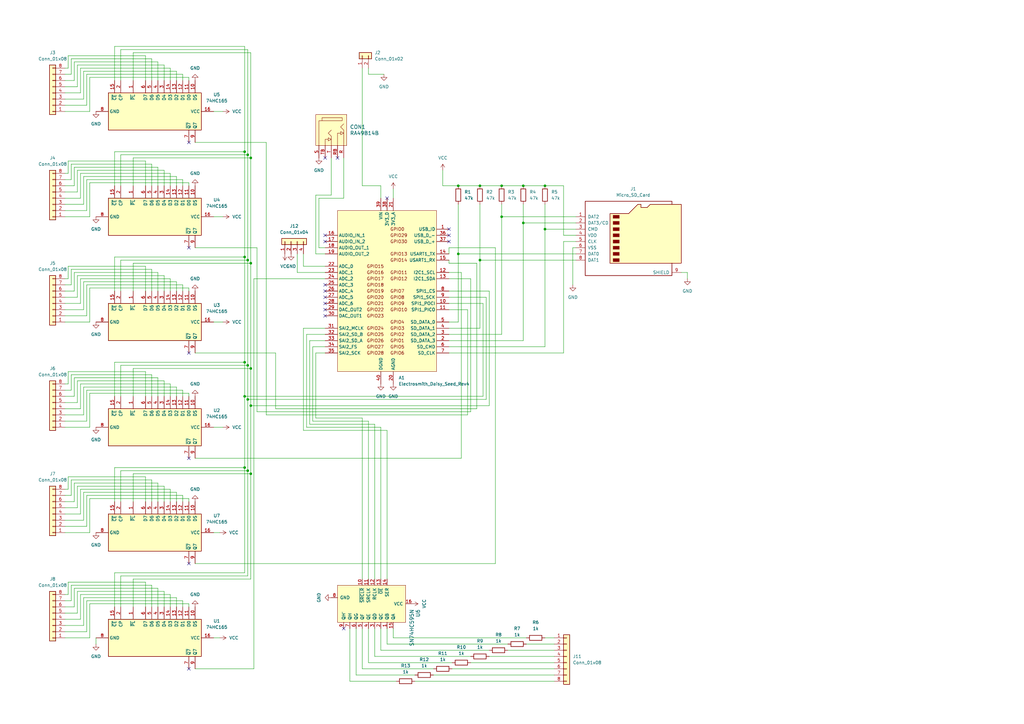
<source format=kicad_sch>
(kicad_sch (version 20230121) (generator eeschema)
  (paper "A3")
  (title_block (title "Daisy Seed Drums") (date "2024-01-01") (rev "v01") (comment 2 "creativecommons.org/licenses/by/4.0/") (comment 3 "License: CC BY 4.0") (comment 4 "Author: Emil Nordén"))
  (lib_symbols
    (symbol "74xx:74HC165"
      (property "Reference" "U" (at -7.62 19.05 0))
      (property "Value" "74HC165" (at -7.62 -21.59 0))
      (symbol "74HC165_1_0"
        (pin input line (at -12.7 -10.16 0) (length 5.08) (name "~{PL}") (number "1"))
        (pin input line (at -12.7 15.24 0) (length 5.08) (name "DS") (number "10"))
        (pin input line (at -12.7 12.7 0) (length 5.08) (name "D0") (number "11"))
        (pin input line (at -12.7 10.16 0) (length 5.08) (name "D1") (number "12"))
        (pin input line (at -12.7 7.62 0) (length 5.08) (name "D2") (number "13"))
        (pin input line (at -12.7 5.08 0) (length 5.08) (name "D3") (number "14"))
        (pin input line (at -12.7 -17.78 0) (length 5.08) (name "~{CE}") (number "15"))
        (pin power_in line (at 0 22.86 270) (length 5.08) (name "VCC") (number "16"))
        (pin input line (at -12.7 -15.24 0) (length 5.08) (name "CP") (number "2"))
        (pin input line (at -12.7 2.54 0) (length 5.08) (name "D4") (number "3"))
        (pin input line (at -12.7 0 0) (length 5.08) (name "D5") (number "4"))
        (pin input line (at -12.7 -2.54 0) (length 5.08) (name "D6") (number "5"))
        (pin input line (at -12.7 -5.08 0) (length 5.08) (name "D7") (number "6"))
        (pin output line (at 12.7 12.7 180) (length 5.08) (name "~{Q7}") (number "7"))
        (pin power_in line (at 0 -25.4 90) (length 5.08) (name "GND") (number "8"))
        (pin output line (at 12.7 15.24 180) (length 5.08) (name "Q7") (number "9"))
      )
    )
    (symbol "Connector:Micro_SD_Card" (pin_names (offset 1.016))
      (property "Reference" "J" (at -16.51 15.24 0))
      (property "Value" "Micro_SD_Card" (at 16.51 15.24 0))
      (symbol "Micro_SD_Card_1_1"
        (pin bidirectional line (at -22.86 7.62 0) (length 3.81) (name "DAT2") (number "1"))
        (pin bidirectional line (at -22.86 5.08 0) (length 3.81) (name "DAT3/CD") (number "2"))
        (pin input line (at -22.86 2.54 0) (length 3.81) (name "CMD") (number "3"))
        (pin power_in line (at -22.86 0 0) (length 3.81) (name "VDD") (number "4"))
        (pin input line (at -22.86 -2.54 0) (length 3.81) (name "CLK") (number "5"))
        (pin power_in line (at -22.86 -5.08 0) (length 3.81) (name "VSS") (number "6"))
        (pin bidirectional line (at -22.86 -7.62 0) (length 3.81) (name "DAT0") (number "7"))
        (pin bidirectional line (at -22.86 -10.16 0) (length 3.81) (name "DAT1") (number "8"))
        (pin passive line (at 20.32 -15.24 180) (length 3.81) (name "SHIELD") (number "9"))
      )
    )
    (symbol "Connector_Generic:Conn_01x02" (pin_names (offset 1.016) hide)
      (property "Reference" "J" (at 0 2.54 0))
      (property "Value" "Conn_01x02" (at 0 -5.08 0))
      (symbol "Conn_01x02_1_1"
        (pin passive line (at -5.08 0 0) (length 3.81) (name "Pin_1") (number "1"))
        (pin passive line (at -5.08 -2.54 0) (length 3.81) (name "Pin_2") (number "2"))
      )
    )
    (symbol "Connector_Generic:Conn_01x04" (pin_names (offset 1.016) hide)
      (property "Reference" "J" (at 0 5.08 0))
      (property "Value" "Conn_01x04" (at 0 -7.62 0))
      (symbol "Conn_01x04_1_1"
        (pin passive line (at -5.08 2.54 0) (length 3.81) (name "Pin_1") (number "1"))
        (pin passive line (at -5.08 0 0) (length 3.81) (name "Pin_2") (number "2"))
        (pin passive line (at -5.08 -2.54 0) (length 3.81) (name "Pin_3") (number "3"))
        (pin passive line (at -5.08 -5.08 0) (length 3.81) (name "Pin_4") (number "4"))
      )
    )
    (symbol "Connector_Generic:Conn_01x08" (pin_names (offset 1.016) hide)
      (property "Reference" "J" (at 0 10.16 0))
      (property "Value" "Conn_01x08" (at 0 -12.7 0))
      (symbol "Conn_01x08_1_1"
        (pin passive line (at -5.08 7.62 0) (length 3.81) (name "Pin_1") (number "1"))
        (pin passive line (at -5.08 5.08 0) (length 3.81) (name "Pin_2") (number "2"))
        (pin passive line (at -5.08 2.54 0) (length 3.81) (name "Pin_3") (number "3"))
        (pin passive line (at -5.08 0 0) (length 3.81) (name "Pin_4") (number "4"))
        (pin passive line (at -5.08 -2.54 0) (length 3.81) (name "Pin_5") (number "5"))
        (pin passive line (at -5.08 -5.08 0) (length 3.81) (name "Pin_6") (number "6"))
        (pin passive line (at -5.08 -7.62 0) (length 3.81) (name "Pin_7") (number "7"))
        (pin passive line (at -5.08 -10.16 0) (length 3.81) (name "Pin_8") (number "8"))
      )
    )
    (symbol "Device:R" (pin_numbers hide) (pin_names (offset 0))
      (property "Reference" "R" (at 2.032 0 90))
      (property "Value" "R" (at 0 0 90))
      (symbol "R_1_1"
        (pin passive line (at 0 3.81 270) (length 1.27) (name "~") (number "1"))
        (pin passive line (at 0 -3.81 90) (length 1.27) (name "~") (number "2"))
      )
    )
    (symbol "MCU_Module:Electrosmith_Daisy_Seed_Rev4"
      (property "Reference" "A" (at -20.32 34.29 0))
      (property "Value" "Electrosmith_Daisy_Seed_Rev4" (at 33.02 34.29 0))
      (symbol "Electrosmith_Daisy_Seed_Rev4_0_0"
        (text "GPIO0" (at 1.27 25.4 0) (effects (font (size 1.27 1.27)) (justify left)))
        (text "GPIO1" (at 1.27 -20.32 0) (effects (font (size 1.27 1.27)) (justify left)))
        (text "GPIO10" (at 1.27 -7.62 0) (effects (font (size 1.27 1.27)) (justify left)))
        (text "GPIO11" (at 1.27 7.62 0) (effects (font (size 1.27 1.27)) (justify left)))
        (text "GPIO12" (at 1.27 5.08 0) (effects (font (size 1.27 1.27)) (justify left)))
        (text "GPIO13" (at 1.27 15.24 0) (effects (font (size 1.27 1.27)) (justify left)))
        (text "GPIO14" (at 1.27 12.7 0) (effects (font (size 1.27 1.27)) (justify left)))
        (text "GPIO15" (at -1.27 10.16 0) (effects (font (size 1.27 1.27)) (justify right)))
        (text "GPIO16" (at -1.27 7.62 0) (effects (font (size 1.27 1.27)) (justify right)))
        (text "GPIO17" (at -1.27 5.08 0) (effects (font (size 1.27 1.27)) (justify right)))
        (text "GPIO18" (at -1.27 2.54 0) (effects (font (size 1.27 1.27)) (justify right)))
        (text "GPIO19" (at -1.27 0 0) (effects (font (size 1.27 1.27)) (justify right)))
        (text "GPIO2" (at 1.27 -17.78 0) (effects (font (size 1.27 1.27)) (justify left)))
        (text "GPIO20" (at -1.27 -2.54 0) (effects (font (size 1.27 1.27)) (justify right)))
        (text "GPIO21" (at -1.27 -5.08 0) (effects (font (size 1.27 1.27)) (justify right)))
        (text "GPIO22" (at -1.27 -7.62 0) (effects (font (size 1.27 1.27)) (justify right)))
        (text "GPIO23" (at -1.27 -10.16 0) (effects (font (size 1.27 1.27)) (justify right)))
        (text "GPIO24" (at -1.27 -15.24 0) (effects (font (size 1.27 1.27)) (justify right)))
        (text "GPIO25" (at -1.27 -17.78 0) (effects (font (size 1.27 1.27)) (justify right)))
        (text "GPIO26" (at -1.27 -20.32 0) (effects (font (size 1.27 1.27)) (justify right)))
        (text "GPIO27" (at -1.27 -22.86 0) (effects (font (size 1.27 1.27)) (justify right)))
        (text "GPIO28" (at -1.27 -25.4 0) (effects (font (size 1.27 1.27)) (justify right)))
        (text "GPIO29" (at 1.27 22.86 0) (effects (font (size 1.27 1.27)) (justify left)))
        (text "GPIO3" (at 1.27 -15.24 0) (effects (font (size 1.27 1.27)) (justify left)))
        (text "GPIO30" (at 1.27 20.32 0) (effects (font (size 1.27 1.27)) (justify left)))
        (text "GPIO4" (at 1.27 -12.7 0) (effects (font (size 1.27 1.27)) (justify left)))
        (text "GPIO5" (at 1.27 -22.86 0) (effects (font (size 1.27 1.27)) (justify left)))
        (text "GPIO6" (at 1.27 -25.4 0) (effects (font (size 1.27 1.27)) (justify left)))
        (text "GPIO7" (at 1.27 0 0) (effects (font (size 1.27 1.27)) (justify left)))
        (text "GPIO8" (at 1.27 -2.54 0) (effects (font (size 1.27 1.27)) (justify left)))
        (text "GPIO9" (at 1.27 -5.08 0) (effects (font (size 1.27 1.27)) (justify left)))
        (pin bidirectional line (at 25.4 25.4 180) (length 5.08) (name "USB_ID") (number "1"))
        (pin bidirectional line (at 25.4 -5.08 180) (length 5.08) (name "SPI1_POCI") (number "10"))
        (pin bidirectional line (at 25.4 -7.62 180) (length 5.08) (name "SPI1_PICO") (number "11"))
        (pin bidirectional line (at 25.4 7.62 180) (length 5.08) (name "I2C1_SCL") (number "12"))
        (pin bidirectional line (at 25.4 5.08 180) (length 5.08) (name "I2C1_SDA") (number "13"))
        (pin bidirectional line (at 25.4 15.24 180) (length 5.08) (name "USART1_TX") (number "14"))
        (pin bidirectional line (at 25.4 12.7 180) (length 5.08) (name "USART1_RX") (number "15"))
        (pin input line (at -25.4 22.86 0) (length 5.08) (name "AUDIO_IN_1") (number "16"))
        (pin input line (at -25.4 20.32 0) (length 5.08) (name "AUDIO_IN_2") (number "17"))
        (pin output line (at -25.4 17.78 0) (length 5.08) (name "AUDIO_OUT_1") (number "18"))
        (pin output line (at -25.4 15.24 0) (length 5.08) (name "AUDIO_OUT_2") (number "19"))
        (pin bidirectional line (at 25.4 -20.32 180) (length 5.08) (name "SD_DATA_3") (number "2"))
        (pin power_in line (at 2.54 -38.1 90) (length 5.08) (name "AGND") (number "20"))
        (pin power_out line (at 2.54 38.1 270) (length 5.08) (name "3V3_A") (number "21"))
        (pin bidirectional line (at -25.4 10.16 0) (length 5.08) (name "ADC_0") (number "22"))
        (pin bidirectional line (at -25.4 7.62 0) (length 5.08) (name "ADC_1") (number "23"))
        (pin bidirectional line (at -25.4 5.08 0) (length 5.08) (name "ADC_2") (number "24"))
        (pin bidirectional line (at -25.4 2.54 0) (length 5.08) (name "ADC_3") (number "25"))
        (pin bidirectional line (at -25.4 0 0) (length 5.08) (name "ADC_4") (number "26"))
        (pin bidirectional line (at -25.4 -2.54 0) (length 5.08) (name "ADC_5") (number "27"))
        (pin bidirectional line (at -25.4 -5.08 0) (length 5.08) (name "ADC_6") (number "28"))
        (pin bidirectional line (at -25.4 -7.62 0) (length 5.08) (name "DAC_OUT2") (number "29"))
        (pin bidirectional line (at 25.4 -17.78 180) (length 5.08) (name "SD_DATA_2") (number "3"))
        (pin bidirectional line (at -25.4 -10.16 0) (length 5.08) (name "DAC_OUT1") (number "30"))
        (pin bidirectional line (at -25.4 -15.24 0) (length 5.08) (name "SAI2_MCLK") (number "31"))
        (pin bidirectional line (at -25.4 -17.78 0) (length 5.08) (name "SAI2_SD_B") (number "32"))
        (pin bidirectional line (at -25.4 -20.32 0) (length 5.08) (name "SAI2_SD_A") (number "33"))
        (pin bidirectional line (at -25.4 -22.86 0) (length 5.08) (name "SAI2_FS") (number "34"))
        (pin bidirectional line (at -25.4 -25.4 0) (length 5.08) (name "SAI2_SCK") (number "35"))
        (pin bidirectional line (at 25.4 22.86 180) (length 5.08) (name "USB_D_-") (number "36"))
        (pin bidirectional line (at 25.4 20.32 180) (length 5.08) (name "USB_D_+") (number "37"))
        (pin power_out line (at 0 38.1 270) (length 5.08) (name "3V3_D") (number "38"))
        (pin power_in line (at -2.54 38.1 270) (length 5.08) (name "VIN") (number "39"))
        (pin bidirectional line (at 25.4 -15.24 180) (length 5.08) (name "SD_DATA_1") (number "4"))
        (pin power_in line (at -2.54 -38.1 90) (length 5.08) (name "DGND") (number "40"))
        (pin bidirectional line (at 25.4 -12.7 180) (length 5.08) (name "SD_DATA_0") (number "5"))
        (pin bidirectional line (at 25.4 -22.86 180) (length 5.08) (name "SD_CMD") (number "6"))
        (pin bidirectional line (at 25.4 -25.4 180) (length 5.08) (name "SD_CLK") (number "7"))
        (pin bidirectional line (at 25.4 0 180) (length 5.08) (name "SPI1_CS") (number "8"))
        (pin bidirectional line (at 25.4 -2.54 180) (length 5.08) (name "SPI1_SCK") (number "9"))
      )
    )
    (symbol "dk_Barrel-Audio-Connectors:RA49B14B" (pin_names (offset 0.0254))
      (property "Reference" "CON" (at -7.62 7.62 0))
      (property "Value" "RA49B14B" (at -1.27 -7.62 0))
      (symbol "RA49B14B_1_1"
        (pin passive line (at 10.16 5.08 180) (length 5.08) (name "~") (number "R"))
        (pin passive line (at 10.16 2.54 180) (length 5.08) (name "~") (number "RB"))
        (pin passive line (at 10.16 -5.08 180) (length 5.08) (name "~") (number "S"))
        (pin passive line (at 10.16 0 180) (length 5.08) (name "~") (number "T"))
        (pin passive line (at 10.16 -2.54 180) (length 5.08) (name "~") (number "TB"))
      )
    )
    (symbol "dk_Logic-Shift-Registers:SN74HC595N" (pin_names (offset 1.016))
      (property "Reference" "U" (at -11.43 16.51 0))
      (property "Value" "SN74HC595N" (at -3.81 0 90))
      (symbol "SN74HC595N_1_1"
        (pin output line (at 5.08 7.62 180) (length 2.54) (name "QB") (number "1"))
        (pin input line (at -15.24 -2.54 0) (length 2.54) (name "~{SRCLR}") (number "10"))
        (pin input line (at -15.24 0 0) (length 2.54) (name "SRCLK") (number "11"))
        (pin input line (at -15.24 2.54 0) (length 2.54) (name "RCLK") (number "12"))
        (pin input line (at -15.24 5.08 0) (length 2.54) (name "~{OE}") (number "13"))
        (pin input line (at -15.24 7.62 0) (length 2.54) (name "SER") (number "14"))
        (pin output line (at 5.08 10.16 180) (length 2.54) (name "QA") (number "15"))
        (pin power_in line (at -5.08 17.78 270) (length 2.54) (name "VCC") (number "16"))
        (pin output line (at 5.08 5.08 180) (length 2.54) (name "QC") (number "2"))
        (pin output line (at 5.08 2.54 180) (length 2.54) (name "QD") (number "3"))
        (pin output line (at 5.08 0 180) (length 2.54) (name "QE") (number "4"))
        (pin output line (at 5.08 -2.54 180) (length 2.54) (name "QF") (number "5"))
        (pin output line (at 5.08 -5.08 180) (length 2.54) (name "QG") (number "6"))
        (pin output line (at 5.08 -7.62 180) (length 2.54) (name "QH") (number "7"))
        (pin power_in line (at -7.62 -15.24 90) (length 2.54) (name "GND") (number "8"))
        (pin output line (at 5.08 -10.16 180) (length 2.54) (name "QH'") (number "9"))
      )
    )
    (symbol "power:GND" (power) (pin_names (offset 0))
      (property "Value" "GND" (at 0 -3.81 0))
      (symbol "GND_1_1"
        (pin power_in line (at 0 0 270) (length 0) hide (name "GND") (number "1"))
      )
    )
    (symbol "power:VCC" (power) (pin_names (offset 0))
      (property "Value" "VCC" (at 0 3.81 0))
      (symbol "VCC_1_1"
        (pin power_in line (at 0 0 90) (length 0) hide (name "VCC") (number "1"))
      )
    )
  )
  (junction (at 101.6 63.5))
  (junction (at 100.33 148.59))
  (junction (at 223.52 93.98))
  (junction (at 101.6 193.04))
  (junction (at 102.87 64.77))
  (junction (at 223.52 76.2))
  (junction (at 100.33 62.23))
  (junction (at 102.87 166.37))
  (junction (at 101.6 163.83))
  (junction (at 102.87 107.95))
  (junction (at 100.33 191.77))
  (junction (at 102.87 151.13))
  (junction (at 214.63 91.44))
  (junction (at 205.74 88.9))
  (junction (at 196.85 106.68))
  (junction (at 187.96 76.2))
  (junction (at 102.87 194.31))
  (junction (at 101.6 149.86))
  (junction (at 205.74 76.2))
  (junction (at 100.33 105.41))
  (junction (at 196.85 76.2))
  (junction (at 101.6 106.68))
  (junction (at 214.63 76.2))
  (junction (at 100.33 162.56))
  (junction (at 187.96 104.14))
  (no_connect (at 133.35 64.77))
  (no_connect (at 133.35 121.92))
  (no_connect (at 133.35 124.46))
  (no_connect (at 184.15 99.06))
  (no_connect (at 133.35 116.84))
  (no_connect (at 133.35 119.38))
  (no_connect (at 77.47 274.32))
  (no_connect (at 184.15 93.98))
  (no_connect (at 77.47 231.14))
  (no_connect (at 184.15 96.52))
  (no_connect (at 133.35 96.52))
  (no_connect (at 133.35 129.54))
  (no_connect (at 158.75 81.28))
  (no_connect (at 133.35 127))
  (no_connect (at 77.47 58.42))
  (no_connect (at 133.35 99.06))
  (no_connect (at 77.47 144.78))
  (no_connect (at 77.47 101.6))
  (no_connect (at 140.97 257.81))
  (no_connect (at 138.43 64.77))
  (no_connect (at 77.47 187.96))
  (wire (pts (xy 30.48 198.12) (xy 64.77 198.12)))
  (wire (pts (xy 125.73 175.26) (xy 156.21 175.26)))
  (wire (pts (xy 133.35 109.22) (xy 124.46 109.22)))
  (wire (pts (xy 77.47 161.29) (xy 77.47 162.56)))
  (wire (pts (xy 26.67 210.82) (xy 33.02 210.82)))
  (wire (pts (xy 156.21 76.2) (xy 148.59 76.2)))
  (wire (pts (xy 148.59 171.45) (xy 129.54 171.45)))
  (wire (pts (xy 35.56 116.84) (xy 74.93 116.84)))
  (wire (pts (xy 31.75 35.56) (xy 31.75 26.67)))
  (wire (pts (xy 101.6 20.32) (xy 101.6 63.5)))
  (wire (pts (xy 109.22 170.18) (xy 191.77 170.18)))
  (wire (pts (xy 33.02 254) (xy 33.02 243.84)))
  (wire (pts (xy 130.81 81.28) (xy 140.97 81.28)))
  (wire (pts (xy 26.67 114.3) (xy 27.94 114.3)))
  (wire (pts (xy 187.96 104.14) (xy 236.22 104.14)))
  (wire (pts (xy 31.75 251.46) (xy 31.75 242.57)))
  (wire (pts (xy 36.83 161.29) (xy 77.47 161.29)))
  (wire (pts (xy 102.87 237.49) (xy 102.87 194.31)))
  (wire (pts (xy 74.93 116.84) (xy 74.93 119.38)))
  (wire (pts (xy 100.33 148.59) (xy 100.33 162.56)))
  (wire (pts (xy 72.39 201.93) (xy 72.39 205.74)))
  (wire (pts (xy 67.31 242.57) (xy 67.31 248.92)))
  (wire (pts (xy 46.99 148.59) (xy 100.33 148.59)))
  (wire (pts (xy 153.67 237.49) (xy 153.67 173.99)))
  (wire (pts (xy 29.21 160.02) (xy 29.21 153.67)))
  (wire (pts (xy 59.69 109.22) (xy 59.69 119.38)))
  (wire (pts (xy 223.52 142.24) (xy 223.52 93.98)))
  (wire (pts (xy 46.99 162.56) (xy 46.99 148.59)))
  (wire (pts (xy 80.01 58.42) (xy 109.22 58.42)))
  (wire (pts (xy 49.53 205.74) (xy 49.53 193.04)))
  (wire (pts (xy 33.02 157.48) (xy 69.85 157.48)))
  (wire (pts (xy 36.83 88.9) (xy 36.83 74.93)))
  (wire (pts (xy 281.94 111.76) (xy 279.4 111.76)))
  (wire (pts (xy 113.03 167.64) (xy 195.58 167.64)))
  (wire (pts (xy 27.94 152.4) (xy 59.69 152.4)))
  (wire (pts (xy 27.94 238.76) (xy 59.69 238.76)))
  (wire (pts (xy 26.67 83.82) (xy 34.29 83.82)))
  (wire (pts (xy 35.56 259.08) (xy 35.56 246.38)))
  (wire (pts (xy 223.52 261.62) (xy 227.33 261.62)))
  (wire (pts (xy 74.93 160.02) (xy 74.93 162.56)))
  (wire (pts (xy 196.85 134.62) (xy 196.85 106.68)))
  (wire (pts (xy 189.23 187.96) (xy 189.23 111.76)))
  (wire (pts (xy 27.94 66.04) (xy 59.69 66.04)))
  (wire (pts (xy 36.83 247.65) (xy 77.47 247.65)))
  (wire (pts (xy 62.23 67.31) (xy 62.23 76.2)))
  (wire (pts (xy 30.48 162.56) (xy 30.48 154.94)))
  (wire (pts (xy 26.67 215.9) (xy 35.56 215.9)))
  (wire (pts (xy 77.47 118.11) (xy 77.47 119.38)))
  (wire (pts (xy 26.67 78.74) (xy 31.75 78.74)))
  (wire (pts (xy 26.67 127) (xy 34.29 127)))
  (wire (pts (xy 26.67 213.36) (xy 34.29 213.36)))
  (wire (pts (xy 33.02 27.94) (xy 69.85 27.94)))
  (wire (pts (xy 205.74 83.82) (xy 205.74 88.9)))
  (wire (pts (xy 87.63 88.9) (xy 91.44 88.9)))
  (wire (pts (xy 46.99 62.23) (xy 100.33 62.23)))
  (wire (pts (xy 27.94 243.84) (xy 27.94 238.76)))
  (wire (pts (xy 35.56 172.72) (xy 35.56 160.02)))
  (wire (pts (xy 26.67 251.46) (xy 31.75 251.46)))
  (wire (pts (xy 184.15 107.95) (xy 195.58 107.95)))
  (wire (pts (xy 231.14 96.52) (xy 236.22 96.52)))
  (wire (pts (xy 33.02 243.84) (xy 69.85 243.84)))
  (wire (pts (xy 77.47 74.93) (xy 77.47 76.2)))
  (wire (pts (xy 54.61 64.77) (xy 102.87 64.77)))
  (wire (pts (xy 124.46 134.62) (xy 133.35 134.62)))
  (wire (pts (xy 184.15 137.16) (xy 205.74 137.16)))
  (wire (pts (xy 33.02 38.1) (xy 33.02 27.94)))
  (wire (pts (xy 69.85 71.12) (xy 69.85 76.2)))
  (wire (pts (xy 34.29 158.75) (xy 72.39 158.75)))
  (wire (pts (xy 29.21 246.38) (xy 29.21 240.03)))
  (wire (pts (xy 146.05 276.86) (xy 146.05 257.81)))
  (wire (pts (xy 151.13 271.78) (xy 151.13 257.81)))
  (wire (pts (xy 34.29 29.21) (xy 72.39 29.21)))
  (wire (pts (xy 121.92 111.76) (xy 121.92 104.14)))
  (wire (pts (xy 59.69 152.4) (xy 59.69 162.56)))
  (wire (pts (xy 29.21 24.13) (xy 62.23 24.13)))
  (wire (pts (xy 199.39 163.83) (xy 199.39 121.92)))
  (wire (pts (xy 27.94 195.58) (xy 59.69 195.58)))
  (wire (pts (xy 127 139.7) (xy 133.35 139.7)))
  (wire (pts (xy 26.67 175.26) (xy 36.83 175.26)))
  (wire (pts (xy 128.27 172.72) (xy 128.27 142.24)))
  (wire (pts (xy 54.61 33.02) (xy 54.61 21.59)))
  (wire (pts (xy 187.96 76.2) (xy 196.85 76.2)))
  (wire (pts (xy 74.93 246.38) (xy 74.93 248.92)))
  (wire (pts (xy 148.59 171.45) (xy 148.59 237.49)))
  (wire (pts (xy 181.61 76.2) (xy 187.96 76.2)))
  (wire (pts (xy 33.02 71.12) (xy 69.85 71.12)))
  (wire (pts (xy 26.67 248.92) (xy 30.48 248.92)))
  (wire (pts (xy 31.75 199.39) (xy 67.31 199.39)))
  (wire (pts (xy 205.74 76.2) (xy 214.63 76.2)))
  (wire (pts (xy 26.67 124.46) (xy 33.02 124.46)))
  (wire (pts (xy 69.85 243.84) (xy 69.85 248.92)))
  (wire (pts (xy 187.96 83.82) (xy 187.96 104.14)))
  (wire (pts (xy 46.99 119.38) (xy 46.99 105.41)))
  (wire (pts (xy 87.63 175.26) (xy 91.44 175.26)))
  (wire (pts (xy 26.67 33.02) (xy 30.48 33.02)))
  (wire (pts (xy 185.42 274.32) (xy 227.33 274.32)))
  (wire (pts (xy 196.85 106.68) (xy 236.22 106.68)))
  (wire (pts (xy 203.2 101.6) (xy 203.2 231.14)))
  (wire (pts (xy 231.14 76.2) (xy 231.14 96.52)))
  (wire (pts (xy 195.58 167.64) (xy 195.58 107.95)))
  (wire (pts (xy 26.67 162.56) (xy 30.48 162.56)))
  (wire (pts (xy 64.77 25.4) (xy 64.77 33.02)))
  (wire (pts (xy 74.93 203.2) (xy 74.93 205.74)))
  (wire (pts (xy 129.54 104.14) (xy 129.54 80.01)))
  (wire (pts (xy 101.6 63.5) (xy 101.6 106.68)))
  (wire (pts (xy 46.99 234.95) (xy 100.33 234.95)))
  (wire (pts (xy 26.67 256.54) (xy 34.29 256.54)))
  (wire (pts (xy 34.29 83.82) (xy 34.29 72.39)))
  (wire (pts (xy 156.21 76.2) (xy 156.21 81.28)))
  (wire (pts (xy 153.67 173.99) (xy 127 173.99)))
  (wire (pts (xy 102.87 166.37) (xy 200.66 166.37)))
  (wire (pts (xy 133.35 101.6) (xy 130.81 101.6)))
  (wire (pts (xy 100.33 62.23) (xy 100.33 105.41)))
  (wire (pts (xy 30.48 76.2) (xy 30.48 68.58)))
  (wire (pts (xy 223.52 93.98) (xy 236.22 93.98)))
  (wire (pts (xy 26.67 243.84) (xy 27.94 243.84)))
  (wire (pts (xy 26.67 203.2) (xy 29.21 203.2)))
  (wire (pts (xy 29.21 116.84) (xy 29.21 110.49)))
  (wire (pts (xy 102.87 151.13) (xy 102.87 166.37)))
  (wire (pts (xy 35.56 160.02) (xy 74.93 160.02)))
  (wire (pts (xy 161.29 77.47) (xy 161.29 81.28)))
  (wire (pts (xy 30.48 68.58) (xy 64.77 68.58)))
  (wire (pts (xy 74.93 73.66) (xy 74.93 76.2)))
  (wire (pts (xy 140.97 81.28) (xy 140.97 64.77)))
  (wire (pts (xy 208.28 266.7) (xy 227.33 266.7)))
  (wire (pts (xy 80.01 187.96) (xy 189.23 187.96)))
  (wire (pts (xy 199.39 121.92) (xy 184.15 121.92)))
  (wire (pts (xy 35.56 246.38) (xy 74.93 246.38)))
  (wire (pts (xy 184.15 139.7) (xy 214.63 139.7)))
  (wire (pts (xy 231.14 99.06) (xy 236.22 99.06)))
  (wire (pts (xy 196.85 76.2) (xy 205.74 76.2)))
  (wire (pts (xy 184.15 134.62) (xy 196.85 134.62)))
  (wire (pts (xy 156.21 266.7) (xy 200.66 266.7)))
  (wire (pts (xy 215.9 261.62) (xy 161.29 261.62)))
  (wire (pts (xy 31.75 242.57) (xy 67.31 242.57)))
  (wire (pts (xy 26.67 121.92) (xy 31.75 121.92)))
  (wire (pts (xy 153.67 269.24) (xy 153.67 257.81)))
  (wire (pts (xy 214.63 76.2) (xy 223.52 76.2)))
  (wire (pts (xy 36.83 118.11) (xy 77.47 118.11)))
  (wire (pts (xy 29.21 110.49) (xy 62.23 110.49)))
  (wire (pts (xy 231.14 144.78) (xy 231.14 99.06)))
  (wire (pts (xy 151.13 172.72) (xy 128.27 172.72)))
  (wire (pts (xy 67.31 156.21) (xy 67.31 162.56)))
  (wire (pts (xy 46.99 191.77) (xy 100.33 191.77)))
  (wire (pts (xy 26.67 246.38) (xy 29.21 246.38)))
  (wire (pts (xy 69.85 27.94) (xy 69.85 33.02)))
  (wire (pts (xy 31.75 165.1) (xy 31.75 156.21)))
  (wire (pts (xy 26.67 261.62) (xy 36.83 261.62)))
  (wire (pts (xy 64.77 68.58) (xy 64.77 76.2)))
  (wire (pts (xy 26.67 81.28) (xy 33.02 81.28)))
  (wire (pts (xy 124.46 176.53) (xy 124.46 134.62)))
  (wire (pts (xy 101.6 149.86) (xy 101.6 163.83)))
  (wire (pts (xy 27.94 109.22) (xy 59.69 109.22)))
  (wire (pts (xy 35.56 129.54) (xy 35.56 116.84)))
  (wire (pts (xy 30.48 241.3) (xy 64.77 241.3)))
  (wire (pts (xy 124.46 176.53) (xy 158.75 176.53)))
  (wire (pts (xy 77.47 204.47) (xy 77.47 205.74)))
  (wire (pts (xy 34.29 245.11) (xy 72.39 245.11)))
  (wire (pts (xy 49.53 236.22) (xy 101.6 236.22)))
  (wire (pts (xy 26.67 119.38) (xy 30.48 119.38)))
  (wire (pts (xy 54.61 162.56) (xy 54.61 151.13)))
  (wire (pts (xy 184.15 101.6) (xy 203.2 101.6)))
  (wire (pts (xy 146.05 276.86) (xy 170.18 276.86)))
  (wire (pts (xy 26.67 132.08) (xy 36.83 132.08)))
  (wire (pts (xy 26.67 76.2) (xy 30.48 76.2)))
  (wire (pts (xy 34.29 40.64) (xy 34.29 29.21)))
  (wire (pts (xy 133.35 111.76) (xy 121.92 111.76)))
  (wire (pts (xy 49.53 33.02) (xy 49.53 20.32)))
  (wire (pts (xy 54.61 151.13) (xy 102.87 151.13)))
  (wire (pts (xy 72.39 245.11) (xy 72.39 248.92)))
  (wire (pts (xy 31.75 69.85) (xy 67.31 69.85)))
  (wire (pts (xy 193.04 271.78) (xy 227.33 271.78)))
  (wire (pts (xy 62.23 153.67) (xy 62.23 162.56)))
  (wire (pts (xy 49.53 149.86) (xy 101.6 149.86)))
  (wire (pts (xy 30.48 205.74) (xy 30.48 198.12)))
  (wire (pts (xy 200.66 166.37) (xy 200.66 119.38)))
  (wire (pts (xy 208.28 264.16) (xy 158.75 264.16)))
  (wire (pts (xy 26.67 38.1) (xy 33.02 38.1)))
  (wire (pts (xy 26.67 167.64) (xy 33.02 167.64)))
  (wire (pts (xy 36.83 74.93) (xy 77.47 74.93)))
  (wire (pts (xy 80.01 101.6) (xy 105.41 101.6)))
  (wire (pts (xy 33.02 114.3) (xy 69.85 114.3)))
  (wire (pts (xy 156.21 266.7) (xy 156.21 257.81)))
  (wire (pts (xy 31.75 121.92) (xy 31.75 113.03)))
  (wire (pts (xy 34.29 127) (xy 34.29 115.57)))
  (wire (pts (xy 34.29 201.93) (xy 72.39 201.93)))
  (wire (pts (xy 34.29 170.18) (xy 34.29 158.75)))
  (wire (pts (xy 26.67 205.74) (xy 30.48 205.74)))
  (wire (pts (xy 87.63 261.62) (xy 90.17 261.62)))
  (wire (pts (xy 187.96 132.08) (xy 187.96 104.14)))
  (wire (pts (xy 129.54 80.01) (xy 135.89 80.01)))
  (wire (pts (xy 26.67 172.72) (xy 35.56 172.72)))
  (wire (pts (xy 184.15 144.78) (xy 231.14 144.78)))
  (wire (pts (xy 29.21 67.31) (xy 62.23 67.31)))
  (wire (pts (xy 26.67 43.18) (xy 35.56 43.18)))
  (wire (pts (xy 198.12 162.56) (xy 198.12 124.46)))
  (wire (pts (xy 72.39 115.57) (xy 72.39 119.38)))
  (wire (pts (xy 49.53 63.5) (xy 101.6 63.5)))
  (wire (pts (xy 184.15 101.6) (xy 184.15 104.14)))
  (wire (pts (xy 101.6 106.68) (xy 101.6 149.86)))
  (wire (pts (xy 72.39 29.21) (xy 72.39 33.02)))
  (wire (pts (xy 125.73 137.16) (xy 133.35 137.16)))
  (wire (pts (xy 69.85 114.3) (xy 69.85 119.38)))
  (wire (pts (xy 170.18 279.4) (xy 227.33 279.4)))
  (wire (pts (xy 129.54 171.45) (xy 129.54 144.78)))
  (wire (pts (xy 49.53 106.68) (xy 101.6 106.68)))
  (wire (pts (xy 36.83 132.08) (xy 36.83 118.11)))
  (wire (pts (xy 33.02 200.66) (xy 69.85 200.66)))
  (wire (pts (xy 54.61 76.2) (xy 54.61 64.77)))
  (wire (pts (xy 184.15 107.95) (xy 184.15 106.68)))
  (wire (pts (xy 54.61 194.31) (xy 102.87 194.31)))
  (wire (pts (xy 104.14 114.3) (xy 104.14 274.32)))
  (wire (pts (xy 64.77 198.12) (xy 64.77 205.74)))
  (wire (pts (xy 33.02 210.82) (xy 33.02 200.66)))
  (wire (pts (xy 30.48 154.94) (xy 64.77 154.94)))
  (wire (pts (xy 158.75 264.16) (xy 158.75 257.81)))
  (wire (pts (xy 80.01 274.32) (xy 104.14 274.32)))
  (wire (pts (xy 54.61 237.49) (xy 102.87 237.49)))
  (wire (pts (xy 54.61 205.74) (xy 54.61 194.31)))
  (wire (pts (xy 234.95 101.6) (xy 236.22 101.6)))
  (wire (pts (xy 153.67 269.24) (xy 193.04 269.24)))
  (wire (pts (xy 31.75 113.03) (xy 67.31 113.03)))
  (wire (pts (xy 125.73 175.26) (xy 125.73 137.16)))
  (wire (pts (xy 26.67 30.48) (xy 29.21 30.48)))
  (wire (pts (xy 100.33 105.41) (xy 100.33 148.59)))
  (wire (pts (xy 29.21 196.85) (xy 62.23 196.85)))
  (wire (pts (xy 100.33 191.77) (xy 100.33 162.56)))
  (wire (pts (xy 130.81 101.6) (xy 130.81 81.28)))
  (wire (pts (xy 34.29 256.54) (xy 34.29 245.11)))
  (wire (pts (xy 26.67 27.94) (xy 27.94 27.94)))
  (wire (pts (xy 36.83 45.72) (xy 36.83 31.75)))
  (wire (pts (xy 46.99 248.92) (xy 46.99 234.95)))
  (wire (pts (xy 33.02 81.28) (xy 33.02 71.12)))
  (wire (pts (xy 67.31 69.85) (xy 67.31 76.2)))
  (wire (pts (xy 35.56 86.36) (xy 35.56 73.66)))
  (wire (pts (xy 26.67 129.54) (xy 35.56 129.54)))
  (wire (pts (xy 29.21 203.2) (xy 29.21 196.85)))
  (wire (pts (xy 128.27 142.24) (xy 133.35 142.24)))
  (wire (pts (xy 27.94 200.66) (xy 27.94 195.58)))
  (wire (pts (xy 133.35 104.14) (xy 129.54 104.14)))
  (wire (pts (xy 54.61 107.95) (xy 102.87 107.95)))
  (wire (pts (xy 26.67 71.12) (xy 27.94 71.12)))
  (wire (pts (xy 46.99 205.74) (xy 46.99 191.77)))
  (wire (pts (xy 54.61 21.59) (xy 102.87 21.59)))
  (wire (pts (xy 191.77 170.18) (xy 191.77 127)))
  (wire (pts (xy 35.56 43.18) (xy 35.56 30.48)))
  (wire (pts (xy 102.87 21.59) (xy 102.87 64.77)))
  (wire (pts (xy 100.33 19.05) (xy 100.33 62.23)))
  (wire (pts (xy 205.74 88.9) (xy 236.22 88.9)))
  (wire (pts (xy 26.67 73.66) (xy 29.21 73.66)))
  (wire (pts (xy 39.37 261.62) (xy 39.37 264.16)))
  (wire (pts (xy 205.74 88.9) (xy 205.74 137.16)))
  (wire (pts (xy 151.13 172.72) (xy 151.13 237.49)))
  (wire (pts (xy 59.69 66.04) (xy 59.69 76.2)))
  (wire (pts (xy 33.02 124.46) (xy 33.02 114.3)))
  (wire (pts (xy 69.85 200.66) (xy 69.85 205.74)))
  (wire (pts (xy 31.75 26.67) (xy 67.31 26.67)))
  (wire (pts (xy 49.53 119.38) (xy 49.53 106.68)))
  (wire (pts (xy 151.13 271.78) (xy 185.42 271.78)))
  (wire (pts (xy 31.75 156.21) (xy 67.31 156.21)))
  (wire (pts (xy 102.87 64.77) (xy 102.87 107.95)))
  (wire (pts (xy 31.75 208.28) (xy 31.75 199.39)))
  (wire (pts (xy 36.83 204.47) (xy 77.47 204.47)))
  (wire (pts (xy 30.48 119.38) (xy 30.48 111.76)))
  (wire (pts (xy 200.66 119.38) (xy 184.15 119.38)))
  (wire (pts (xy 26.67 160.02) (xy 29.21 160.02)))
  (wire (pts (xy 62.23 110.49) (xy 62.23 119.38)))
  (wire (pts (xy 30.48 33.02) (xy 30.48 25.4)))
  (wire (pts (xy 49.53 248.92) (xy 49.53 236.22)))
  (wire (pts (xy 124.46 109.22) (xy 124.46 104.14)))
  (wire (pts (xy 26.67 208.28) (xy 31.75 208.28)))
  (wire (pts (xy 151.13 27.94) (xy 151.13 30.48)))
  (wire (pts (xy 80.01 144.78) (xy 113.03 144.78)))
  (wire (pts (xy 148.59 274.32) (xy 148.59 257.81)))
  (wire (pts (xy 196.85 83.82) (xy 196.85 106.68)))
  (wire (pts (xy 234.95 116.84) (xy 234.95 101.6)))
  (wire (pts (xy 181.61 69.85) (xy 181.61 76.2)))
  (wire (pts (xy 80.01 231.14) (xy 203.2 231.14)))
  (wire (pts (xy 62.23 24.13) (xy 62.23 33.02)))
  (wire (pts (xy 148.59 76.2) (xy 148.59 27.94)))
  (wire (pts (xy 161.29 261.62) (xy 161.29 257.81)))
  (wire (pts (xy 214.63 91.44) (xy 236.22 91.44)))
  (wire (pts (xy 26.67 116.84) (xy 29.21 116.84)))
  (wire (pts (xy 104.14 114.3) (xy 133.35 114.3)))
  (wire (pts (xy 29.21 240.03) (xy 62.23 240.03)))
  (wire (pts (xy 62.23 240.03) (xy 62.23 248.92)))
  (wire (pts (xy 87.63 132.08) (xy 91.44 132.08)))
  (wire (pts (xy 35.56 203.2) (xy 74.93 203.2)))
  (wire (pts (xy 143.51 279.4) (xy 162.56 279.4)))
  (wire (pts (xy 64.77 241.3) (xy 64.77 248.92)))
  (wire (pts (xy 27.94 157.48) (xy 27.94 152.4)))
  (wire (pts (xy 105.41 101.6) (xy 105.41 168.91)))
  (wire (pts (xy 46.99 33.02) (xy 46.99 19.05)))
  (wire (pts (xy 26.67 45.72) (xy 36.83 45.72)))
  (wire (pts (xy 189.23 111.76) (xy 184.15 111.76)))
  (wire (pts (xy 64.77 154.94) (xy 64.77 162.56)))
  (wire (pts (xy 200.66 269.24) (xy 227.33 269.24)))
  (wire (pts (xy 34.29 213.36) (xy 34.29 201.93)))
  (wire (pts (xy 36.83 261.62) (xy 36.83 247.65)))
  (wire (pts (xy 223.52 93.98) (xy 223.52 83.82)))
  (wire (pts (xy 148.59 274.32) (xy 177.8 274.32)))
  (wire (pts (xy 67.31 113.03) (xy 67.31 119.38)))
  (wire (pts (xy 33.02 167.64) (xy 33.02 157.48)))
  (wire (pts (xy 46.99 105.41) (xy 100.33 105.41)))
  (wire (pts (xy 87.63 45.72) (xy 91.44 45.72)))
  (wire (pts (xy 223.52 76.2) (xy 231.14 76.2)))
  (wire (pts (xy 49.53 193.04) (xy 101.6 193.04)))
  (wire (pts (xy 184.15 132.08) (xy 187.96 132.08)))
  (wire (pts (xy 191.77 127) (xy 184.15 127)))
  (wire (pts (xy 127 173.99) (xy 127 139.7)))
  (wire (pts (xy 105.41 168.91) (xy 193.04 168.91)))
  (wire (pts (xy 215.9 264.16) (xy 227.33 264.16)))
  (wire (pts (xy 30.48 111.76) (xy 64.77 111.76)))
  (wire (pts (xy 72.39 72.39) (xy 72.39 76.2)))
  (wire (pts (xy 27.94 71.12) (xy 27.94 66.04)))
  (wire (pts (xy 31.75 78.74) (xy 31.75 69.85)))
  (wire (pts (xy 214.63 139.7) (xy 214.63 91.44)))
  (wire (pts (xy 35.56 73.66) (xy 74.93 73.66)))
  (wire (pts (xy 29.21 30.48) (xy 29.21 24.13)))
  (wire (pts (xy 62.23 196.85) (xy 62.23 205.74)))
  (wire (pts (xy 214.63 91.44) (xy 214.63 83.82)))
  (wire (pts (xy 184.15 114.3) (xy 193.04 114.3)))
  (wire (pts (xy 35.56 30.48) (xy 74.93 30.48)))
  (wire (pts (xy 59.69 238.76) (xy 59.69 248.92)))
  (wire (pts (xy 87.63 218.44) (xy 90.17 218.44)))
  (wire (pts (xy 30.48 25.4) (xy 64.77 25.4)))
  (wire (pts (xy 177.8 276.86) (xy 227.33 276.86)))
  (wire (pts (xy 46.99 76.2) (xy 46.99 62.23)))
  (wire (pts (xy 36.83 218.44) (xy 36.83 204.47)))
  (wire (pts (xy 26.67 35.56) (xy 31.75 35.56)))
  (wire (pts (xy 27.94 27.94) (xy 27.94 22.86)))
  (wire (pts (xy 26.67 86.36) (xy 35.56 86.36)))
  (wire (pts (xy 158.75 176.53) (xy 158.75 237.49)))
  (wire (pts (xy 27.94 22.86) (xy 59.69 22.86)))
  (wire (pts (xy 143.51 279.4) (xy 143.51 257.81)))
  (wire (pts (xy 72.39 158.75) (xy 72.39 162.56)))
  (wire (pts (xy 102.87 194.31) (xy 102.87 166.37)))
  (wire (pts (xy 135.89 80.01) (xy 135.89 64.77)))
  (wire (pts (xy 77.47 247.65) (xy 77.47 248.92)))
  (wire (pts (xy 26.67 200.66) (xy 27.94 200.66)))
  (wire (pts (xy 36.83 31.75) (xy 77.47 31.75)))
  (wire (pts (xy 59.69 195.58) (xy 59.69 205.74)))
  (wire (pts (xy 26.67 218.44) (xy 36.83 218.44)))
  (wire (pts (xy 67.31 26.67) (xy 67.31 33.02)))
  (wire (pts (xy 29.21 73.66) (xy 29.21 67.31)))
  (wire (pts (xy 74.93 30.48) (xy 74.93 33.02)))
  (wire (pts (xy 46.99 19.05) (xy 100.33 19.05)))
  (wire (pts (xy 64.77 111.76) (xy 64.77 119.38)))
  (wire (pts (xy 198.12 124.46) (xy 184.15 124.46)))
  (wire (pts (xy 26.67 88.9) (xy 36.83 88.9)))
  (wire (pts (xy 54.61 248.92) (xy 54.61 237.49)))
  (wire (pts (xy 49.53 20.32) (xy 101.6 20.32)))
  (wire (pts (xy 69.85 157.48) (xy 69.85 162.56)))
  (wire (pts (xy 102.87 107.95) (xy 102.87 151.13)))
  (wire (pts (xy 109.22 58.42) (xy 109.22 170.18)))
  (wire (pts (xy 101.6 163.83) (xy 199.39 163.83)))
  (wire (pts (xy 26.67 165.1) (xy 31.75 165.1)))
  (wire (pts (xy 34.29 115.57) (xy 72.39 115.57)))
  (wire (pts (xy 77.47 31.75) (xy 77.47 33.02)))
  (wire (pts (xy 129.54 144.78) (xy 133.35 144.78)))
  (wire (pts (xy 281.94 114.3) (xy 281.94 111.76)))
  (wire (pts (xy 26.67 40.64) (xy 34.29 40.64)))
  (wire (pts (xy 59.69 22.86) (xy 59.69 33.02)))
  (wire (pts (xy 184.15 142.24) (xy 223.52 142.24)))
  (wire (pts (xy 26.67 259.08) (xy 35.56 259.08)))
  (wire (pts (xy 49.53 76.2) (xy 49.53 63.5)))
  (wire (pts (xy 67.31 199.39) (xy 67.31 205.74)))
  (wire (pts (xy 100.33 234.95) (xy 100.33 191.77)))
  (wire (pts (xy 26.67 254) (xy 33.02 254)))
  (wire (pts (xy 54.61 119.38) (xy 54.61 107.95)))
  (wire (pts (xy 101.6 236.22) (xy 101.6 193.04)))
  (wire (pts (xy 151.13 30.48) (xy 157.48 30.48)))
  (wire (pts (xy 26.67 170.18) (xy 34.29 170.18)))
  (wire (pts (xy 29.21 153.67) (xy 62.23 153.67)))
  (wire (pts (xy 34.29 72.39) (xy 72.39 72.39)))
  (wire (pts (xy 101.6 193.04) (xy 101.6 163.83)))
  (wire (pts (xy 35.56 215.9) (xy 35.56 203.2)))
  (wire (pts (xy 49.53 162.56) (xy 49.53 149.86)))
  (wire (pts (xy 156.21 237.49) (xy 156.21 175.26)))
  (wire (pts (xy 100.33 162.56) (xy 198.12 162.56)))
  (wire (pts (xy 27.94 114.3) (xy 27.94 109.22)))
  (wire (pts (xy 26.67 157.48) (xy 27.94 157.48)))
  (wire (pts (xy 36.83 175.26) (xy 36.83 161.29)))
  (wire (pts (xy 30.48 248.92) (xy 30.48 241.3)))
  (wire (pts (xy 113.03 144.78) (xy 113.03 167.64)))
  (wire (pts (xy 193.04 168.91) (xy 193.04 114.3)))
  (symbol (lib_id "dk_Barrel-Audio-Connectors:RA49B14B") (at 135.89 54.61 270) (unit 1)
    (property "Reference" "CON1" (at 143.51 52.07 90) (effects (font (size 1.524 1.524)) (justify left)))
    (property "Value" "RA49B14B" (at 143.51 54.61 90) (effects (font (size 1.524 1.524)) (justify left)))
    (property "Footprint" "digikey-footprints:Headphone_Jack_6.35mm_RA49B14B" (effects hide))
    (property "Datasheet" "http://www.switchcraft.com/Drawings/ra49b_Series_cd.pdf" (effects hide))
    (property "Digi-Key_PN" "SC2030-ND" (effects hide))
    (property "MPN" "RA49B14B" (effects hide))
    (property "Category" "Connectors, Interconnects" (effects hide))
    (property "Family" "Barrel - Audio Connectors" (effects hide))
    (property "DK_Datasheet_Link" "http://www.switchcraft.com/Drawings/ra49b_Series_cd.pdf" (effects hide))
    (property "DK_Detail_Page" "/product-detail/en/switchcraft-inc/RA49B14B/SC2030-ND/1288995" (effects hide))
    (property "Description" "CONN JACK STEREO 6.35MM R/A" (effects hide))
    (property "Manufacturer" "Switchcraft Inc." (effects hide))
    (property "Status" "Active" (effects hide))
  )
  (symbol (lib_id "power:GND") (at 80.01 162.56 180) (unit 1)
    (property "Reference" "#PWR028" (effects hide))
    (property "Value" "GND" (at 80.01 157.48 0))
  )
  (symbol (lib_id "power:GND") (at 80.01 205.74 180) (unit 1)
    (property "Reference" "#PWR027" (effects hide))
    (property "Value" "GND" (at 80.01 200.66 0))
  )
  (symbol (lib_id "Connector_Generic:Conn_01x08") (at 232.41 269.24 0) (unit 1)
    (property "Reference" "J11" (at 234.95 269.24 0) (effects (justify left)))
    (property "Value" "Conn_01x08" (at 234.95 271.78 0) (effects (justify left)))
    (property "Footprint" "Connector_Molex:Molex_KK-254_AE-6410-08A_1x08_P2.54mm_Vertical" (effects hide))
  )
  (symbol (lib_id "power:GND") (at 161.29 157.48 0) (unit 1)
    (property "Reference" "#PWR023" (effects hide))
    (property "Value" "GND" (at 161.29 162.56 0))
  )
  (symbol (lib_id "74xx:74HC165") (at 64.77 175.26 270) (unit 1)
    (property "Reference" "U2" (at 88.9 168.3319 90))
    (property "Value" "74HC165" (at 88.9 170.8719 90))
    (property "Footprint" "Package_SO:SOIC-16_3.9x9.9mm_P1.27mm" (effects hide))
    (property "Datasheet" "https://assets.nexperia.com/documents/data-sheet/74HC_HCT165.pdf" (effects hide))
  )
  (symbol (lib_id "Device:R") (at 173.99 276.86 270) (unit 1)
    (property "Reference" "R12" (at 173.99 270.51 90))
    (property "Value" "1k" (at 173.99 273.05 90))
    (property "Footprint" "Resistor_SMD:R_1206_3216Metric" (effects hide))
  )
  (symbol (lib_id "power:GND") (at 80.01 119.38 180) (unit 1)
    (property "Reference" "#PWR029" (effects hide))
    (property "Value" "GND" (at 80.01 114.3 0))
  )
  (symbol (lib_id "power:GND") (at 39.37 88.9 0) (unit 1)
    (property "Reference" "#PWR09" (effects hide))
    (property "Value" "GND" (at 39.37 93.98 0))
  )
  (symbol (lib_id "Device:R") (at 214.63 80.01 0) (unit 1)
    (property "Reference" "R4" (at 217.17 78.74 0) (effects (justify left)))
    (property "Value" "47k" (at 217.17 81.28 0) (effects (justify left)))
    (property "Footprint" "Resistor_SMD:R_0805_2012Metric" (effects hide))
  )
  (symbol (lib_id "power:VCC") (at 161.29 77.47 0) (unit 1)
    (property "Reference" "#PWR016" (effects hide))
    (property "Value" "VCC" (at 161.29 72.39 0))
  )
  (symbol (lib_id "power:GND") (at 156.21 157.48 0) (unit 1)
    (property "Reference" "#PWR022" (effects hide))
    (property "Value" "GND" (at 156.21 162.56 0))
  )
  (symbol (lib_id "Connector_Generic:Conn_01x08") (at 21.59 124.46 180) (unit 1)
    (property "Reference" "J5" (at 21.59 107.95 0))
    (property "Value" "Conn_01x08" (at 21.59 110.49 0))
    (property "Footprint" "Connector_Molex:Molex_KK-254_AE-6410-08A_1x08_P2.54mm_Vertical" (effects hide))
  )
  (symbol (lib_id "power:VCC") (at 91.44 88.9 270) (unit 1)
    (property "Reference" "#PWR012" (effects hide))
    (property "Value" "VCC" (at 95.25 88.9 90) (effects (justify left)))
  )
  (symbol (lib_id "power:GND") (at 39.37 45.72 0) (unit 1)
    (property "Reference" "#PWR010" (effects hide))
    (property "Value" "GND" (at 39.37 50.8 0))
  )
  (symbol (lib_id "power:GND") (at 80.01 76.2 180) (unit 1)
    (property "Reference" "#PWR030" (effects hide))
    (property "Value" "GND" (at 80.01 71.12 0))
  )
  (symbol (lib_id "power:GND") (at 39.37 175.26 0) (unit 1)
    (property "Reference" "#PWR07" (effects hide))
    (property "Value" "GND" (at 39.37 180.34 0))
  )
  (symbol (lib_id "power:GND") (at 135.89 245.11 270) (unit 1)
    (property "Reference" "#PWR025" (effects hide))
    (property "Value" "GND" (at 130.81 245.11 0))
  )
  (symbol (lib_id "power:VCC") (at 168.91 247.65 270) (unit 1)
    (property "Reference" "#PWR024" (effects hide))
    (property "Value" "VCC" (at 173.99 247.65 0))
  )
  (symbol (lib_id "MCU_Module:Electrosmith_Daisy_Seed_Rev4") (at 158.75 119.38 0) (unit 1)
    (property "Reference" "A1" (at 163.4841 154.94 0) (effects (justify left)))
    (property "Value" "Electrosmith_Daisy_Seed_Rev4" (at 163.4841 157.48 0) (effects (justify left)))
    (property "Footprint" "Module:Electrosmith_Daisy_Seed" (effects hide))
    (property "Datasheet" "https://static1.squarespace.com/static/58d03fdc1b10e3bf442567b8/t/6227e6236f02fb68d1577146/1646781988478/Daisy_Seed_datasheet_v1.0.3.pdf" (effects hide))
  )
  (symbol (lib_id "power:GND") (at 39.37 132.08 0) (unit 1)
    (property "Reference" "#PWR08" (effects hide))
    (property "Value" "GND" (at 39.37 137.16 0))
  )
  (symbol (lib_id "power:VCC") (at 90.17 261.62 270) (unit 1)
    (property "Reference" "#PWR04" (effects hide))
    (property "Value" "VCC" (at 93.98 261.62 90) (effects (justify left)))
  )
  (symbol (lib_id "Device:R") (at 196.85 80.01 0) (unit 1)
    (property "Reference" "R2" (at 199.39 78.74 0) (effects (justify left)))
    (property "Value" "47k" (at 199.39 81.28 0) (effects (justify left)))
    (property "Footprint" "Resistor_SMD:R_0805_2012Metric" (effects hide))
  )
  (symbol (lib_id "Device:R") (at 187.96 80.01 0) (unit 1)
    (property "Reference" "R1" (at 190.5 78.74 0) (effects (justify left)))
    (property "Value" "47k" (at 190.5 81.28 0) (effects (justify left)))
    (property "Footprint" "Resistor_SMD:R_0805_2012Metric" (effects hide))
  )
  (symbol (lib_id "74xx:74HC165") (at 64.77 261.62 270) (unit 1)
    (property "Reference" "U1" (at 88.9 254.6919 90))
    (property "Value" "74HC165" (at 88.9 257.2319 90))
    (property "Footprint" "Package_SO:SOIC-16_3.9x9.9mm_P1.27mm" (effects hide))
    (property "Datasheet" "https://assets.nexperia.com/documents/data-sheet/74HC_HCT165.pdf" (effects hide))
  )
  (symbol (lib_id "Device:R") (at 204.47 266.7 270) (unit 1)
    (property "Reference" "R8" (at 204.47 260.35 90))
    (property "Value" "1k" (at 204.47 262.89 90))
    (property "Footprint" "Resistor_SMD:R_1206_3216Metric" (effects hide))
  )
  (symbol (lib_id "Device:R") (at 212.09 264.16 270) (unit 1)
    (property "Reference" "R7" (at 212.09 257.81 90))
    (property "Value" "1k" (at 212.09 260.35 90))
    (property "Footprint" "Resistor_SMD:R_1206_3216Metric" (effects hide))
  )
  (symbol (lib_id "Connector_Generic:Conn_01x08") (at 21.59 210.82 180) (unit 1)
    (property "Reference" "J7" (at 21.59 194.31 0))
    (property "Value" "Conn_01x08" (at 21.59 196.85 0))
    (property "Footprint" "Connector_Molex:Molex_KK-254_AE-6410-08A_1x08_P2.54mm_Vertical" (effects hide))
  )
  (symbol (lib_id "Device:R") (at 181.61 274.32 270) (unit 1)
    (property "Reference" "R11" (at 181.61 267.97 90))
    (property "Value" "1k" (at 181.61 270.51 90))
    (property "Footprint" "Resistor_SMD:R_1206_3216Metric" (effects hide))
  )
  (symbol (lib_id "power:GND") (at 80.01 33.02 180) (unit 1)
    (property "Reference" "#PWR031" (effects hide))
    (property "Value" "GND" (at 80.01 27.94 0))
  )
  (symbol (lib_id "74xx:74HC165") (at 64.77 45.72 270) (unit 1)
    (property "Reference" "U5" (at 88.9 38.7919 90))
    (property "Value" "74HC165" (at 88.9 41.3319 90))
    (property "Footprint" "Package_SO:SOIC-16_3.9x9.9mm_P1.27mm" (effects hide))
    (property "Datasheet" "https://assets.nexperia.com/documents/data-sheet/74HC_HCT165.pdf" (effects hide))
  )
  (symbol (lib_id "74xx:74HC165") (at 64.77 218.44 270) (unit 1)
    (property "Reference" "U7" (at 88.9 211.5119 90))
    (property "Value" "74HC165" (at 88.9 214.0519 90))
    (property "Footprint" "Package_SO:SOIC-16_3.9x9.9mm_P1.27mm" (effects hide))
    (property "Datasheet" "https://assets.nexperia.com/documents/data-sheet/74HC_HCT165.pdf" (effects hide))
  )
  (symbol (lib_id "power:GND") (at 39.37 264.16 0) (unit 1)
    (property "Reference" "#PWR03" (effects hide))
    (property "Value" "GND" (at 39.37 269.24 0))
  )
  (symbol (lib_id "74xx:74HC165") (at 64.77 88.9 270) (unit 1)
    (property "Reference" "U4" (at 88.9 81.9719 90))
    (property "Value" "74HC165" (at 88.9 84.5119 90))
    (property "Footprint" "Package_SO:SOIC-16_3.9x9.9mm_P1.27mm" (effects hide))
    (property "Datasheet" "https://assets.nexperia.com/documents/data-sheet/74HC_HCT165.pdf" (effects hide))
  )
  (symbol (lib_id "power:VCC") (at 91.44 175.26 270) (unit 1)
    (property "Reference" "#PWR014" (effects hide))
    (property "Value" "VCC" (at 95.25 175.26 90) (effects (justify left)))
  )
  (symbol (lib_id "dk_Logic-Shift-Registers:SN74HC595N") (at 151.13 252.73 270) (unit 1)
    (property "Reference" "U6" (at 171.45 249.8441 0) (effects (font (size 1.524 1.524)) (justify left)))
    (property "Value" "SN74HC595N" (at 168.91 249.8441 0) (effects (font (size 1.524 1.524)) (justify left)))
    (property "Footprint" "Package_SO:SOP-16_3.9x9.9mm_P1.27mm" (effects hide))
    (property "Datasheet" "http://www.ti.com/general/docs/suppproductinfo.tsp?distId=10&gotoUrl=http%3A%2F%2Fwww.ti.com%2Flit%2Fgpn%2Fsn74hc595" (effects hide))
    (property "Digi-Key_PN" "296-1600-5-ND" (effects hide))
    (property "MPN" "SN74HC595N" (effects hide))
    (property "Category" "Integrated Circuits (ICs)" (effects hide))
    (property "Family" "Logic - Shift Registers" (effects hide))
    (property "DK_Datasheet_Link" "http://www.ti.com/general/docs/suppproductinfo.tsp?distId=10&gotoUrl=http%3A%2F%2Fwww.ti.com%2Flit%2Fgpn%2Fsn74hc595" (effects hide))
    (property "DK_Detail_Page" "/product-detail/en/texas-instruments/SN74HC595N/296-1600-5-ND/277246" (effects hide))
    (property "Description" "IC 8-BIT SHIFT REGISTER 16-DIP" (effects hide))
    (property "Manufacturer" "Texas Instruments" (effects hide))
    (property "Status" "Active" (effects hide))
  )
  (symbol (lib_id "power:GND") (at 80.01 248.92 180) (unit 1)
    (property "Reference" "#PWR026" (effects hide))
    (property "Value" "GND" (at 80.01 243.84 0))
  )
  (symbol (lib_id "Connector_Generic:Conn_01x08") (at 21.59 254 180) (unit 1)
    (property "Reference" "J8" (at 21.59 237.49 0))
    (property "Value" "Conn_01x08" (at 21.59 240.03 0))
    (property "Footprint" "Connector_Molex:Molex_KK-254_AE-6410-08A_1x08_P2.54mm_Vertical" (effects hide))
  )
  (symbol (lib_id "Connector:Micro_SD_Card") (at 259.08 96.52 0) (unit 1)
    (property "Reference" "J1" (at 259.715 77.47 0))
    (property "Value" "Micro_SD_Card" (at 259.715 80.01 0))
    (property "Footprint" "Connector_Card:microSD_HC_Hirose_DM3D-SF" (effects hide))
    (property "Datasheet" "http://katalog.we-online.de/em/datasheet/693072010801.pdf" (effects hide))
  )
  (symbol (lib_id "power:GND") (at 234.95 116.84 0) (unit 1)
    (property "Reference" "#PWR01" (effects hide))
    (property "Value" "GND" (at 234.95 121.92 0))
  )
  (symbol (lib_id "Connector_Generic:Conn_01x02") (at 148.59 22.86 90) (unit 1)
    (property "Reference" "J2" (at 153.67 21.59 90) (effects (justify right)))
    (property "Value" "Conn_01x02" (at 153.67 24.13 90) (effects (justify right)))
    (property "Footprint" "Connector_Molex:Molex_KK-254_AE-6410-02A_1x02_P2.54mm_Vertical" (effects hide))
  )
  (symbol (lib_id "Device:R") (at 196.85 269.24 270) (unit 1)
    (property "Reference" "R9" (at 196.85 262.89 90))
    (property "Value" "1k" (at 196.85 265.43 90))
    (property "Footprint" "Resistor_SMD:R_1206_3216Metric" (effects hide))
  )
  (symbol (lib_id "Connector_Generic:Conn_01x08") (at 21.59 38.1 180) (unit 1)
    (property "Reference" "J3" (at 21.59 21.59 0))
    (property "Value" "Conn_01x08" (at 21.59 24.13 0))
    (property "Footprint" "Connector_Molex:Molex_KK-254_AE-6410-08A_1x08_P2.54mm_Vertical" (effects hide))
  )
  (symbol (lib_id "power:GND") (at 281.94 114.3 0) (unit 1)
    (property "Reference" "#PWR015" (effects hide))
    (property "Value" "GND" (at 281.94 119.38 0))
  )
  (symbol (lib_id "Device:R") (at 205.74 80.01 0) (unit 1)
    (property "Reference" "R3" (at 208.28 78.74 0) (effects (justify left)))
    (property "Value" "47k" (at 208.28 81.28 0) (effects (justify left)))
    (property "Footprint" "Resistor_SMD:R_0805_2012Metric" (effects hide))
  )
  (symbol (lib_id "power:VCC") (at 90.17 218.44 270) (unit 1)
    (property "Reference" "#PWR06" (effects hide))
    (property "Value" "VCC" (at 93.98 218.44 90) (effects (justify left)))
  )
  (symbol (lib_id "Connector_Generic:Conn_01x04") (at 119.38 99.06 90) (unit 1)
    (property "Reference" "J12" (at 120.65 92.71 90))
    (property "Value" "Conn_01x04" (at 120.65 95.25 90))
    (property "Footprint" "Connector_Molex:Molex_KK-254_AE-6410-04A_1x04_P2.54mm_Vertical" (effects hide))
  )
  (symbol (lib_id "Connector_Generic:Conn_01x08") (at 21.59 167.64 180) (unit 1)
    (property "Reference" "J6" (at 21.59 151.13 0))
    (property "Value" "Conn_01x08" (at 21.59 153.67 0))
    (property "Footprint" "Connector_Molex:Molex_KK-254_AE-6410-08A_1x08_P2.54mm_Vertical" (effects hide))
  )
  (symbol (lib_id "power:GND") (at 119.38 104.14 0) (unit 1)
    (property "Reference" "#PWR018" (effects hide))
    (property "Value" "GND" (at 119.38 109.22 0))
  )
  (symbol (lib_id "power:GND") (at 39.37 218.44 0) (unit 1)
    (property "Reference" "#PWR05" (effects hide))
    (property "Value" "GND" (at 39.37 223.52 0))
  )
  (symbol (lib_id "power:VCC") (at 91.44 45.72 270) (unit 1)
    (property "Reference" "#PWR011" (effects hide))
    (property "Value" "VCC" (at 95.25 45.72 90) (effects (justify left)))
  )
  (symbol (lib_id "power:VCC") (at 91.44 132.08 270) (unit 1)
    (property "Reference" "#PWR013" (effects hide))
    (property "Value" "VCC" (at 95.25 132.08 90) (effects (justify left)))
  )
  (symbol (lib_id "Device:R") (at 189.23 271.78 270) (unit 1)
    (property "Reference" "R10" (at 189.23 265.43 90))
    (property "Value" "1k" (at 189.23 267.97 90))
    (property "Footprint" "Resistor_SMD:R_1206_3216Metric" (effects hide))
  )
  (symbol (lib_id "power:GND") (at 130.81 64.77 0) (unit 1)
    (property "Reference" "#PWR032" (effects hide))
    (property "Value" "GND" (at 130.81 69.85 0))
  )
  (symbol (lib_id "Connector_Generic:Conn_01x08") (at 21.59 81.28 180) (unit 1)
    (property "Reference" "J4" (at 21.59 64.77 0))
    (property "Value" "Conn_01x08" (at 21.59 67.31 0))
    (property "Footprint" "Connector_Molex:Molex_KK-254_AE-6410-08A_1x08_P2.54mm_Vertical" (effects hide))
  )
  (symbol (lib_id "Device:R") (at 166.37 279.4 270) (unit 1)
    (property "Reference" "R13" (at 166.37 273.05 90))
    (property "Value" "1k" (at 166.37 275.59 90))
    (property "Footprint" "Resistor_SMD:R_1206_3216Metric" (effects hide))
  )
  (symbol (lib_id "Device:R") (at 223.52 80.01 0) (unit 1)
    (property "Reference" "R5" (at 226.06 78.74 0) (effects (justify left)))
    (property "Value" "47k" (at 226.06 81.28 0) (effects (justify left)))
    (property "Footprint" "Resistor_SMD:R_0805_2012Metric" (effects hide))
  )
  (symbol (lib_id "power:VCC") (at 181.61 69.85 0) (unit 1)
    (property "Reference" "#PWR017" (effects hide))
    (property "Value" "VCC" (at 181.61 64.77 0))
  )
  (symbol (lib_id "Device:R") (at 219.71 261.62 270) (unit 1)
    (property "Reference" "R6" (at 219.71 255.27 90))
    (property "Value" "1k" (at 219.71 257.81 90))
    (property "Footprint" "Resistor_SMD:R_1206_3216Metric" (effects hide))
  )
  (symbol (lib_id "74xx:74HC165") (at 64.77 132.08 270) (unit 1)
    (property "Reference" "U3" (at 88.9 125.1519 90))
    (property "Value" "74HC165" (at 88.9 127.6919 90))
    (property "Footprint" "Package_SO:SOIC-16_3.9x9.9mm_P1.27mm" (effects hide))
    (property "Datasheet" "https://assets.nexperia.com/documents/data-sheet/74HC_HCT165.pdf" (effects hide))
  )
  (symbol (lib_id "power:VCC") (at 116.84 104.14 180) (unit 1)
    (property "Reference" "#PWR020" (effects hide))
    (property "Value" "VCC" (at 116.84 109.22 0))
  )
  (symbol (lib_id "power:GND") (at 157.48 30.48 0) (unit 1)
    (property "Reference" "#PWR02" (effects hide))
    (property "Value" "GND" (at 157.48 35.56 0))
  )
)
</source>
